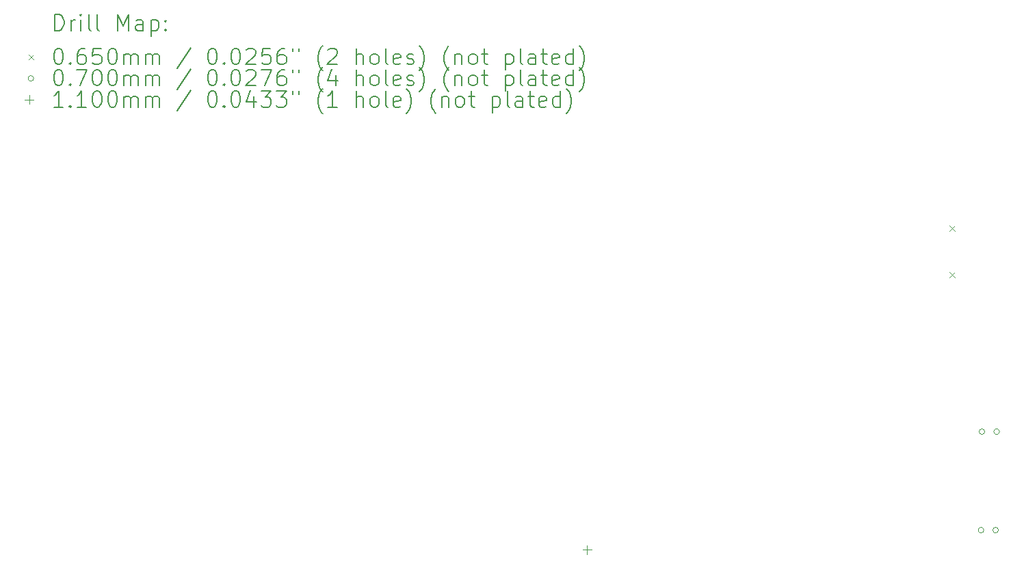
<source format=gbr>
%TF.GenerationSoftware,KiCad,Pcbnew,9.0.2*%
%TF.CreationDate,2025-07-02T17:04:08+05:30*%
%TF.ProjectId,ESP32-RoboCore V1,45535033-322d-4526-9f62-6f436f726520,rev?*%
%TF.SameCoordinates,Original*%
%TF.FileFunction,Drillmap*%
%TF.FilePolarity,Positive*%
%FSLAX45Y45*%
G04 Gerber Fmt 4.5, Leading zero omitted, Abs format (unit mm)*
G04 Created by KiCad (PCBNEW 9.0.2) date 2025-07-02 17:04:08*
%MOMM*%
%LPD*%
G01*
G04 APERTURE LIST*
%ADD10C,0.200000*%
%ADD11C,0.100000*%
%ADD12C,0.110000*%
G04 APERTURE END LIST*
D10*
D11*
X11338500Y-2728500D02*
X11403500Y-2793500D01*
X11403500Y-2728500D02*
X11338500Y-2793500D01*
X11338500Y-3306500D02*
X11403500Y-3371500D01*
X11403500Y-3306500D02*
X11338500Y-3371500D01*
X11760000Y-6500000D02*
G75*
G02*
X11690000Y-6500000I-35000J0D01*
G01*
X11690000Y-6500000D02*
G75*
G02*
X11760000Y-6500000I35000J0D01*
G01*
X11773000Y-5280000D02*
G75*
G02*
X11703000Y-5280000I-35000J0D01*
G01*
X11703000Y-5280000D02*
G75*
G02*
X11773000Y-5280000I35000J0D01*
G01*
X11940000Y-6500000D02*
G75*
G02*
X11870000Y-6500000I-35000J0D01*
G01*
X11870000Y-6500000D02*
G75*
G02*
X11940000Y-6500000I35000J0D01*
G01*
X11953000Y-5280000D02*
G75*
G02*
X11883000Y-5280000I-35000J0D01*
G01*
X11883000Y-5280000D02*
G75*
G02*
X11953000Y-5280000I35000J0D01*
G01*
D12*
X6850000Y-6686000D02*
X6850000Y-6796000D01*
X6795000Y-6741000D02*
X6905000Y-6741000D01*
D10*
X260777Y-311484D02*
X260777Y-111484D01*
X260777Y-111484D02*
X308396Y-111484D01*
X308396Y-111484D02*
X336967Y-121008D01*
X336967Y-121008D02*
X356015Y-140055D01*
X356015Y-140055D02*
X365539Y-159103D01*
X365539Y-159103D02*
X375062Y-197198D01*
X375062Y-197198D02*
X375062Y-225769D01*
X375062Y-225769D02*
X365539Y-263865D01*
X365539Y-263865D02*
X356015Y-282912D01*
X356015Y-282912D02*
X336967Y-301960D01*
X336967Y-301960D02*
X308396Y-311484D01*
X308396Y-311484D02*
X260777Y-311484D01*
X460777Y-311484D02*
X460777Y-178150D01*
X460777Y-216246D02*
X470301Y-197198D01*
X470301Y-197198D02*
X479824Y-187674D01*
X479824Y-187674D02*
X498872Y-178150D01*
X498872Y-178150D02*
X517920Y-178150D01*
X584586Y-311484D02*
X584586Y-178150D01*
X584586Y-111484D02*
X575063Y-121008D01*
X575063Y-121008D02*
X584586Y-130531D01*
X584586Y-130531D02*
X594110Y-121008D01*
X594110Y-121008D02*
X584586Y-111484D01*
X584586Y-111484D02*
X584586Y-130531D01*
X708396Y-311484D02*
X689348Y-301960D01*
X689348Y-301960D02*
X679824Y-282912D01*
X679824Y-282912D02*
X679824Y-111484D01*
X813158Y-311484D02*
X794110Y-301960D01*
X794110Y-301960D02*
X784586Y-282912D01*
X784586Y-282912D02*
X784586Y-111484D01*
X1041729Y-311484D02*
X1041729Y-111484D01*
X1041729Y-111484D02*
X1108396Y-254341D01*
X1108396Y-254341D02*
X1175063Y-111484D01*
X1175063Y-111484D02*
X1175063Y-311484D01*
X1356015Y-311484D02*
X1356015Y-206722D01*
X1356015Y-206722D02*
X1346491Y-187674D01*
X1346491Y-187674D02*
X1327444Y-178150D01*
X1327444Y-178150D02*
X1289348Y-178150D01*
X1289348Y-178150D02*
X1270301Y-187674D01*
X1356015Y-301960D02*
X1336967Y-311484D01*
X1336967Y-311484D02*
X1289348Y-311484D01*
X1289348Y-311484D02*
X1270301Y-301960D01*
X1270301Y-301960D02*
X1260777Y-282912D01*
X1260777Y-282912D02*
X1260777Y-263865D01*
X1260777Y-263865D02*
X1270301Y-244817D01*
X1270301Y-244817D02*
X1289348Y-235293D01*
X1289348Y-235293D02*
X1336967Y-235293D01*
X1336967Y-235293D02*
X1356015Y-225769D01*
X1451253Y-178150D02*
X1451253Y-378150D01*
X1451253Y-187674D02*
X1470301Y-178150D01*
X1470301Y-178150D02*
X1508396Y-178150D01*
X1508396Y-178150D02*
X1527443Y-187674D01*
X1527443Y-187674D02*
X1536967Y-197198D01*
X1536967Y-197198D02*
X1546491Y-216246D01*
X1546491Y-216246D02*
X1546491Y-273389D01*
X1546491Y-273389D02*
X1536967Y-292436D01*
X1536967Y-292436D02*
X1527443Y-301960D01*
X1527443Y-301960D02*
X1508396Y-311484D01*
X1508396Y-311484D02*
X1470301Y-311484D01*
X1470301Y-311484D02*
X1451253Y-301960D01*
X1632205Y-292436D02*
X1641729Y-301960D01*
X1641729Y-301960D02*
X1632205Y-311484D01*
X1632205Y-311484D02*
X1622682Y-301960D01*
X1622682Y-301960D02*
X1632205Y-292436D01*
X1632205Y-292436D02*
X1632205Y-311484D01*
X1632205Y-187674D02*
X1641729Y-197198D01*
X1641729Y-197198D02*
X1632205Y-206722D01*
X1632205Y-206722D02*
X1622682Y-197198D01*
X1622682Y-197198D02*
X1632205Y-187674D01*
X1632205Y-187674D02*
X1632205Y-206722D01*
D11*
X-65000Y-607500D02*
X0Y-672500D01*
X0Y-607500D02*
X-65000Y-672500D01*
D10*
X298872Y-531484D02*
X317920Y-531484D01*
X317920Y-531484D02*
X336967Y-541008D01*
X336967Y-541008D02*
X346491Y-550531D01*
X346491Y-550531D02*
X356015Y-569579D01*
X356015Y-569579D02*
X365539Y-607674D01*
X365539Y-607674D02*
X365539Y-655293D01*
X365539Y-655293D02*
X356015Y-693389D01*
X356015Y-693389D02*
X346491Y-712436D01*
X346491Y-712436D02*
X336967Y-721960D01*
X336967Y-721960D02*
X317920Y-731484D01*
X317920Y-731484D02*
X298872Y-731484D01*
X298872Y-731484D02*
X279824Y-721960D01*
X279824Y-721960D02*
X270301Y-712436D01*
X270301Y-712436D02*
X260777Y-693389D01*
X260777Y-693389D02*
X251253Y-655293D01*
X251253Y-655293D02*
X251253Y-607674D01*
X251253Y-607674D02*
X260777Y-569579D01*
X260777Y-569579D02*
X270301Y-550531D01*
X270301Y-550531D02*
X279824Y-541008D01*
X279824Y-541008D02*
X298872Y-531484D01*
X451253Y-712436D02*
X460777Y-721960D01*
X460777Y-721960D02*
X451253Y-731484D01*
X451253Y-731484D02*
X441729Y-721960D01*
X441729Y-721960D02*
X451253Y-712436D01*
X451253Y-712436D02*
X451253Y-731484D01*
X632205Y-531484D02*
X594110Y-531484D01*
X594110Y-531484D02*
X575063Y-541008D01*
X575063Y-541008D02*
X565539Y-550531D01*
X565539Y-550531D02*
X546491Y-579103D01*
X546491Y-579103D02*
X536967Y-617198D01*
X536967Y-617198D02*
X536967Y-693389D01*
X536967Y-693389D02*
X546491Y-712436D01*
X546491Y-712436D02*
X556015Y-721960D01*
X556015Y-721960D02*
X575063Y-731484D01*
X575063Y-731484D02*
X613158Y-731484D01*
X613158Y-731484D02*
X632205Y-721960D01*
X632205Y-721960D02*
X641729Y-712436D01*
X641729Y-712436D02*
X651253Y-693389D01*
X651253Y-693389D02*
X651253Y-645770D01*
X651253Y-645770D02*
X641729Y-626722D01*
X641729Y-626722D02*
X632205Y-617198D01*
X632205Y-617198D02*
X613158Y-607674D01*
X613158Y-607674D02*
X575063Y-607674D01*
X575063Y-607674D02*
X556015Y-617198D01*
X556015Y-617198D02*
X546491Y-626722D01*
X546491Y-626722D02*
X536967Y-645770D01*
X832205Y-531484D02*
X736967Y-531484D01*
X736967Y-531484D02*
X727443Y-626722D01*
X727443Y-626722D02*
X736967Y-617198D01*
X736967Y-617198D02*
X756015Y-607674D01*
X756015Y-607674D02*
X803634Y-607674D01*
X803634Y-607674D02*
X822682Y-617198D01*
X822682Y-617198D02*
X832205Y-626722D01*
X832205Y-626722D02*
X841729Y-645770D01*
X841729Y-645770D02*
X841729Y-693389D01*
X841729Y-693389D02*
X832205Y-712436D01*
X832205Y-712436D02*
X822682Y-721960D01*
X822682Y-721960D02*
X803634Y-731484D01*
X803634Y-731484D02*
X756015Y-731484D01*
X756015Y-731484D02*
X736967Y-721960D01*
X736967Y-721960D02*
X727443Y-712436D01*
X965539Y-531484D02*
X984586Y-531484D01*
X984586Y-531484D02*
X1003634Y-541008D01*
X1003634Y-541008D02*
X1013158Y-550531D01*
X1013158Y-550531D02*
X1022682Y-569579D01*
X1022682Y-569579D02*
X1032205Y-607674D01*
X1032205Y-607674D02*
X1032205Y-655293D01*
X1032205Y-655293D02*
X1022682Y-693389D01*
X1022682Y-693389D02*
X1013158Y-712436D01*
X1013158Y-712436D02*
X1003634Y-721960D01*
X1003634Y-721960D02*
X984586Y-731484D01*
X984586Y-731484D02*
X965539Y-731484D01*
X965539Y-731484D02*
X946491Y-721960D01*
X946491Y-721960D02*
X936967Y-712436D01*
X936967Y-712436D02*
X927443Y-693389D01*
X927443Y-693389D02*
X917920Y-655293D01*
X917920Y-655293D02*
X917920Y-607674D01*
X917920Y-607674D02*
X927443Y-569579D01*
X927443Y-569579D02*
X936967Y-550531D01*
X936967Y-550531D02*
X946491Y-541008D01*
X946491Y-541008D02*
X965539Y-531484D01*
X1117920Y-731484D02*
X1117920Y-598150D01*
X1117920Y-617198D02*
X1127444Y-607674D01*
X1127444Y-607674D02*
X1146491Y-598150D01*
X1146491Y-598150D02*
X1175063Y-598150D01*
X1175063Y-598150D02*
X1194110Y-607674D01*
X1194110Y-607674D02*
X1203634Y-626722D01*
X1203634Y-626722D02*
X1203634Y-731484D01*
X1203634Y-626722D02*
X1213158Y-607674D01*
X1213158Y-607674D02*
X1232205Y-598150D01*
X1232205Y-598150D02*
X1260777Y-598150D01*
X1260777Y-598150D02*
X1279825Y-607674D01*
X1279825Y-607674D02*
X1289348Y-626722D01*
X1289348Y-626722D02*
X1289348Y-731484D01*
X1384586Y-731484D02*
X1384586Y-598150D01*
X1384586Y-617198D02*
X1394110Y-607674D01*
X1394110Y-607674D02*
X1413158Y-598150D01*
X1413158Y-598150D02*
X1441729Y-598150D01*
X1441729Y-598150D02*
X1460777Y-607674D01*
X1460777Y-607674D02*
X1470301Y-626722D01*
X1470301Y-626722D02*
X1470301Y-731484D01*
X1470301Y-626722D02*
X1479824Y-607674D01*
X1479824Y-607674D02*
X1498872Y-598150D01*
X1498872Y-598150D02*
X1527443Y-598150D01*
X1527443Y-598150D02*
X1546491Y-607674D01*
X1546491Y-607674D02*
X1556015Y-626722D01*
X1556015Y-626722D02*
X1556015Y-731484D01*
X1946491Y-521960D02*
X1775063Y-779103D01*
X2203634Y-531484D02*
X2222682Y-531484D01*
X2222682Y-531484D02*
X2241729Y-541008D01*
X2241729Y-541008D02*
X2251253Y-550531D01*
X2251253Y-550531D02*
X2260777Y-569579D01*
X2260777Y-569579D02*
X2270301Y-607674D01*
X2270301Y-607674D02*
X2270301Y-655293D01*
X2270301Y-655293D02*
X2260777Y-693389D01*
X2260777Y-693389D02*
X2251253Y-712436D01*
X2251253Y-712436D02*
X2241729Y-721960D01*
X2241729Y-721960D02*
X2222682Y-731484D01*
X2222682Y-731484D02*
X2203634Y-731484D01*
X2203634Y-731484D02*
X2184587Y-721960D01*
X2184587Y-721960D02*
X2175063Y-712436D01*
X2175063Y-712436D02*
X2165539Y-693389D01*
X2165539Y-693389D02*
X2156015Y-655293D01*
X2156015Y-655293D02*
X2156015Y-607674D01*
X2156015Y-607674D02*
X2165539Y-569579D01*
X2165539Y-569579D02*
X2175063Y-550531D01*
X2175063Y-550531D02*
X2184587Y-541008D01*
X2184587Y-541008D02*
X2203634Y-531484D01*
X2356015Y-712436D02*
X2365539Y-721960D01*
X2365539Y-721960D02*
X2356015Y-731484D01*
X2356015Y-731484D02*
X2346491Y-721960D01*
X2346491Y-721960D02*
X2356015Y-712436D01*
X2356015Y-712436D02*
X2356015Y-731484D01*
X2489348Y-531484D02*
X2508396Y-531484D01*
X2508396Y-531484D02*
X2527444Y-541008D01*
X2527444Y-541008D02*
X2536968Y-550531D01*
X2536968Y-550531D02*
X2546491Y-569579D01*
X2546491Y-569579D02*
X2556015Y-607674D01*
X2556015Y-607674D02*
X2556015Y-655293D01*
X2556015Y-655293D02*
X2546491Y-693389D01*
X2546491Y-693389D02*
X2536968Y-712436D01*
X2536968Y-712436D02*
X2527444Y-721960D01*
X2527444Y-721960D02*
X2508396Y-731484D01*
X2508396Y-731484D02*
X2489348Y-731484D01*
X2489348Y-731484D02*
X2470301Y-721960D01*
X2470301Y-721960D02*
X2460777Y-712436D01*
X2460777Y-712436D02*
X2451253Y-693389D01*
X2451253Y-693389D02*
X2441729Y-655293D01*
X2441729Y-655293D02*
X2441729Y-607674D01*
X2441729Y-607674D02*
X2451253Y-569579D01*
X2451253Y-569579D02*
X2460777Y-550531D01*
X2460777Y-550531D02*
X2470301Y-541008D01*
X2470301Y-541008D02*
X2489348Y-531484D01*
X2632206Y-550531D02*
X2641729Y-541008D01*
X2641729Y-541008D02*
X2660777Y-531484D01*
X2660777Y-531484D02*
X2708396Y-531484D01*
X2708396Y-531484D02*
X2727444Y-541008D01*
X2727444Y-541008D02*
X2736968Y-550531D01*
X2736968Y-550531D02*
X2746491Y-569579D01*
X2746491Y-569579D02*
X2746491Y-588627D01*
X2746491Y-588627D02*
X2736968Y-617198D01*
X2736968Y-617198D02*
X2622682Y-731484D01*
X2622682Y-731484D02*
X2746491Y-731484D01*
X2927444Y-531484D02*
X2832206Y-531484D01*
X2832206Y-531484D02*
X2822682Y-626722D01*
X2822682Y-626722D02*
X2832206Y-617198D01*
X2832206Y-617198D02*
X2851253Y-607674D01*
X2851253Y-607674D02*
X2898872Y-607674D01*
X2898872Y-607674D02*
X2917920Y-617198D01*
X2917920Y-617198D02*
X2927444Y-626722D01*
X2927444Y-626722D02*
X2936967Y-645770D01*
X2936967Y-645770D02*
X2936967Y-693389D01*
X2936967Y-693389D02*
X2927444Y-712436D01*
X2927444Y-712436D02*
X2917920Y-721960D01*
X2917920Y-721960D02*
X2898872Y-731484D01*
X2898872Y-731484D02*
X2851253Y-731484D01*
X2851253Y-731484D02*
X2832206Y-721960D01*
X2832206Y-721960D02*
X2822682Y-712436D01*
X3108396Y-531484D02*
X3070301Y-531484D01*
X3070301Y-531484D02*
X3051253Y-541008D01*
X3051253Y-541008D02*
X3041729Y-550531D01*
X3041729Y-550531D02*
X3022682Y-579103D01*
X3022682Y-579103D02*
X3013158Y-617198D01*
X3013158Y-617198D02*
X3013158Y-693389D01*
X3013158Y-693389D02*
X3022682Y-712436D01*
X3022682Y-712436D02*
X3032206Y-721960D01*
X3032206Y-721960D02*
X3051253Y-731484D01*
X3051253Y-731484D02*
X3089348Y-731484D01*
X3089348Y-731484D02*
X3108396Y-721960D01*
X3108396Y-721960D02*
X3117920Y-712436D01*
X3117920Y-712436D02*
X3127444Y-693389D01*
X3127444Y-693389D02*
X3127444Y-645770D01*
X3127444Y-645770D02*
X3117920Y-626722D01*
X3117920Y-626722D02*
X3108396Y-617198D01*
X3108396Y-617198D02*
X3089348Y-607674D01*
X3089348Y-607674D02*
X3051253Y-607674D01*
X3051253Y-607674D02*
X3032206Y-617198D01*
X3032206Y-617198D02*
X3022682Y-626722D01*
X3022682Y-626722D02*
X3013158Y-645770D01*
X3203634Y-531484D02*
X3203634Y-569579D01*
X3279825Y-531484D02*
X3279825Y-569579D01*
X3575063Y-807674D02*
X3565539Y-798150D01*
X3565539Y-798150D02*
X3546491Y-769579D01*
X3546491Y-769579D02*
X3536968Y-750531D01*
X3536968Y-750531D02*
X3527444Y-721960D01*
X3527444Y-721960D02*
X3517920Y-674341D01*
X3517920Y-674341D02*
X3517920Y-636246D01*
X3517920Y-636246D02*
X3527444Y-588627D01*
X3527444Y-588627D02*
X3536968Y-560055D01*
X3536968Y-560055D02*
X3546491Y-541008D01*
X3546491Y-541008D02*
X3565539Y-512436D01*
X3565539Y-512436D02*
X3575063Y-502912D01*
X3641729Y-550531D02*
X3651253Y-541008D01*
X3651253Y-541008D02*
X3670301Y-531484D01*
X3670301Y-531484D02*
X3717920Y-531484D01*
X3717920Y-531484D02*
X3736968Y-541008D01*
X3736968Y-541008D02*
X3746491Y-550531D01*
X3746491Y-550531D02*
X3756015Y-569579D01*
X3756015Y-569579D02*
X3756015Y-588627D01*
X3756015Y-588627D02*
X3746491Y-617198D01*
X3746491Y-617198D02*
X3632206Y-731484D01*
X3632206Y-731484D02*
X3756015Y-731484D01*
X3994110Y-731484D02*
X3994110Y-531484D01*
X4079825Y-731484D02*
X4079825Y-626722D01*
X4079825Y-626722D02*
X4070301Y-607674D01*
X4070301Y-607674D02*
X4051253Y-598150D01*
X4051253Y-598150D02*
X4022682Y-598150D01*
X4022682Y-598150D02*
X4003634Y-607674D01*
X4003634Y-607674D02*
X3994110Y-617198D01*
X4203634Y-731484D02*
X4184587Y-721960D01*
X4184587Y-721960D02*
X4175063Y-712436D01*
X4175063Y-712436D02*
X4165539Y-693389D01*
X4165539Y-693389D02*
X4165539Y-636246D01*
X4165539Y-636246D02*
X4175063Y-617198D01*
X4175063Y-617198D02*
X4184587Y-607674D01*
X4184587Y-607674D02*
X4203634Y-598150D01*
X4203634Y-598150D02*
X4232206Y-598150D01*
X4232206Y-598150D02*
X4251253Y-607674D01*
X4251253Y-607674D02*
X4260777Y-617198D01*
X4260777Y-617198D02*
X4270301Y-636246D01*
X4270301Y-636246D02*
X4270301Y-693389D01*
X4270301Y-693389D02*
X4260777Y-712436D01*
X4260777Y-712436D02*
X4251253Y-721960D01*
X4251253Y-721960D02*
X4232206Y-731484D01*
X4232206Y-731484D02*
X4203634Y-731484D01*
X4384587Y-731484D02*
X4365539Y-721960D01*
X4365539Y-721960D02*
X4356015Y-702912D01*
X4356015Y-702912D02*
X4356015Y-531484D01*
X4536968Y-721960D02*
X4517920Y-731484D01*
X4517920Y-731484D02*
X4479825Y-731484D01*
X4479825Y-731484D02*
X4460777Y-721960D01*
X4460777Y-721960D02*
X4451253Y-702912D01*
X4451253Y-702912D02*
X4451253Y-626722D01*
X4451253Y-626722D02*
X4460777Y-607674D01*
X4460777Y-607674D02*
X4479825Y-598150D01*
X4479825Y-598150D02*
X4517920Y-598150D01*
X4517920Y-598150D02*
X4536968Y-607674D01*
X4536968Y-607674D02*
X4546492Y-626722D01*
X4546492Y-626722D02*
X4546492Y-645770D01*
X4546492Y-645770D02*
X4451253Y-664817D01*
X4622682Y-721960D02*
X4641730Y-731484D01*
X4641730Y-731484D02*
X4679825Y-731484D01*
X4679825Y-731484D02*
X4698873Y-721960D01*
X4698873Y-721960D02*
X4708396Y-702912D01*
X4708396Y-702912D02*
X4708396Y-693389D01*
X4708396Y-693389D02*
X4698873Y-674341D01*
X4698873Y-674341D02*
X4679825Y-664817D01*
X4679825Y-664817D02*
X4651253Y-664817D01*
X4651253Y-664817D02*
X4632206Y-655293D01*
X4632206Y-655293D02*
X4622682Y-636246D01*
X4622682Y-636246D02*
X4622682Y-626722D01*
X4622682Y-626722D02*
X4632206Y-607674D01*
X4632206Y-607674D02*
X4651253Y-598150D01*
X4651253Y-598150D02*
X4679825Y-598150D01*
X4679825Y-598150D02*
X4698873Y-607674D01*
X4775063Y-807674D02*
X4784587Y-798150D01*
X4784587Y-798150D02*
X4803634Y-769579D01*
X4803634Y-769579D02*
X4813158Y-750531D01*
X4813158Y-750531D02*
X4822682Y-721960D01*
X4822682Y-721960D02*
X4832206Y-674341D01*
X4832206Y-674341D02*
X4832206Y-636246D01*
X4832206Y-636246D02*
X4822682Y-588627D01*
X4822682Y-588627D02*
X4813158Y-560055D01*
X4813158Y-560055D02*
X4803634Y-541008D01*
X4803634Y-541008D02*
X4784587Y-512436D01*
X4784587Y-512436D02*
X4775063Y-502912D01*
X5136968Y-807674D02*
X5127444Y-798150D01*
X5127444Y-798150D02*
X5108396Y-769579D01*
X5108396Y-769579D02*
X5098873Y-750531D01*
X5098873Y-750531D02*
X5089349Y-721960D01*
X5089349Y-721960D02*
X5079825Y-674341D01*
X5079825Y-674341D02*
X5079825Y-636246D01*
X5079825Y-636246D02*
X5089349Y-588627D01*
X5089349Y-588627D02*
X5098873Y-560055D01*
X5098873Y-560055D02*
X5108396Y-541008D01*
X5108396Y-541008D02*
X5127444Y-512436D01*
X5127444Y-512436D02*
X5136968Y-502912D01*
X5213158Y-598150D02*
X5213158Y-731484D01*
X5213158Y-617198D02*
X5222682Y-607674D01*
X5222682Y-607674D02*
X5241730Y-598150D01*
X5241730Y-598150D02*
X5270301Y-598150D01*
X5270301Y-598150D02*
X5289349Y-607674D01*
X5289349Y-607674D02*
X5298873Y-626722D01*
X5298873Y-626722D02*
X5298873Y-731484D01*
X5422682Y-731484D02*
X5403634Y-721960D01*
X5403634Y-721960D02*
X5394111Y-712436D01*
X5394111Y-712436D02*
X5384587Y-693389D01*
X5384587Y-693389D02*
X5384587Y-636246D01*
X5384587Y-636246D02*
X5394111Y-617198D01*
X5394111Y-617198D02*
X5403634Y-607674D01*
X5403634Y-607674D02*
X5422682Y-598150D01*
X5422682Y-598150D02*
X5451254Y-598150D01*
X5451254Y-598150D02*
X5470301Y-607674D01*
X5470301Y-607674D02*
X5479825Y-617198D01*
X5479825Y-617198D02*
X5489349Y-636246D01*
X5489349Y-636246D02*
X5489349Y-693389D01*
X5489349Y-693389D02*
X5479825Y-712436D01*
X5479825Y-712436D02*
X5470301Y-721960D01*
X5470301Y-721960D02*
X5451254Y-731484D01*
X5451254Y-731484D02*
X5422682Y-731484D01*
X5546492Y-598150D02*
X5622682Y-598150D01*
X5575063Y-531484D02*
X5575063Y-702912D01*
X5575063Y-702912D02*
X5584587Y-721960D01*
X5584587Y-721960D02*
X5603634Y-731484D01*
X5603634Y-731484D02*
X5622682Y-731484D01*
X5841730Y-598150D02*
X5841730Y-798150D01*
X5841730Y-607674D02*
X5860777Y-598150D01*
X5860777Y-598150D02*
X5898873Y-598150D01*
X5898873Y-598150D02*
X5917920Y-607674D01*
X5917920Y-607674D02*
X5927444Y-617198D01*
X5927444Y-617198D02*
X5936968Y-636246D01*
X5936968Y-636246D02*
X5936968Y-693389D01*
X5936968Y-693389D02*
X5927444Y-712436D01*
X5927444Y-712436D02*
X5917920Y-721960D01*
X5917920Y-721960D02*
X5898873Y-731484D01*
X5898873Y-731484D02*
X5860777Y-731484D01*
X5860777Y-731484D02*
X5841730Y-721960D01*
X6051253Y-731484D02*
X6032206Y-721960D01*
X6032206Y-721960D02*
X6022682Y-702912D01*
X6022682Y-702912D02*
X6022682Y-531484D01*
X6213158Y-731484D02*
X6213158Y-626722D01*
X6213158Y-626722D02*
X6203634Y-607674D01*
X6203634Y-607674D02*
X6184587Y-598150D01*
X6184587Y-598150D02*
X6146492Y-598150D01*
X6146492Y-598150D02*
X6127444Y-607674D01*
X6213158Y-721960D02*
X6194111Y-731484D01*
X6194111Y-731484D02*
X6146492Y-731484D01*
X6146492Y-731484D02*
X6127444Y-721960D01*
X6127444Y-721960D02*
X6117920Y-702912D01*
X6117920Y-702912D02*
X6117920Y-683865D01*
X6117920Y-683865D02*
X6127444Y-664817D01*
X6127444Y-664817D02*
X6146492Y-655293D01*
X6146492Y-655293D02*
X6194111Y-655293D01*
X6194111Y-655293D02*
X6213158Y-645770D01*
X6279825Y-598150D02*
X6356015Y-598150D01*
X6308396Y-531484D02*
X6308396Y-702912D01*
X6308396Y-702912D02*
X6317920Y-721960D01*
X6317920Y-721960D02*
X6336968Y-731484D01*
X6336968Y-731484D02*
X6356015Y-731484D01*
X6498873Y-721960D02*
X6479825Y-731484D01*
X6479825Y-731484D02*
X6441730Y-731484D01*
X6441730Y-731484D02*
X6422682Y-721960D01*
X6422682Y-721960D02*
X6413158Y-702912D01*
X6413158Y-702912D02*
X6413158Y-626722D01*
X6413158Y-626722D02*
X6422682Y-607674D01*
X6422682Y-607674D02*
X6441730Y-598150D01*
X6441730Y-598150D02*
X6479825Y-598150D01*
X6479825Y-598150D02*
X6498873Y-607674D01*
X6498873Y-607674D02*
X6508396Y-626722D01*
X6508396Y-626722D02*
X6508396Y-645770D01*
X6508396Y-645770D02*
X6413158Y-664817D01*
X6679825Y-731484D02*
X6679825Y-531484D01*
X6679825Y-721960D02*
X6660777Y-731484D01*
X6660777Y-731484D02*
X6622682Y-731484D01*
X6622682Y-731484D02*
X6603634Y-721960D01*
X6603634Y-721960D02*
X6594111Y-712436D01*
X6594111Y-712436D02*
X6584587Y-693389D01*
X6584587Y-693389D02*
X6584587Y-636246D01*
X6584587Y-636246D02*
X6594111Y-617198D01*
X6594111Y-617198D02*
X6603634Y-607674D01*
X6603634Y-607674D02*
X6622682Y-598150D01*
X6622682Y-598150D02*
X6660777Y-598150D01*
X6660777Y-598150D02*
X6679825Y-607674D01*
X6756015Y-807674D02*
X6765539Y-798150D01*
X6765539Y-798150D02*
X6784587Y-769579D01*
X6784587Y-769579D02*
X6794111Y-750531D01*
X6794111Y-750531D02*
X6803634Y-721960D01*
X6803634Y-721960D02*
X6813158Y-674341D01*
X6813158Y-674341D02*
X6813158Y-636246D01*
X6813158Y-636246D02*
X6803634Y-588627D01*
X6803634Y-588627D02*
X6794111Y-560055D01*
X6794111Y-560055D02*
X6784587Y-541008D01*
X6784587Y-541008D02*
X6765539Y-512436D01*
X6765539Y-512436D02*
X6756015Y-502912D01*
D11*
X0Y-904000D02*
G75*
G02*
X-70000Y-904000I-35000J0D01*
G01*
X-70000Y-904000D02*
G75*
G02*
X0Y-904000I35000J0D01*
G01*
D10*
X298872Y-795484D02*
X317920Y-795484D01*
X317920Y-795484D02*
X336967Y-805008D01*
X336967Y-805008D02*
X346491Y-814531D01*
X346491Y-814531D02*
X356015Y-833579D01*
X356015Y-833579D02*
X365539Y-871674D01*
X365539Y-871674D02*
X365539Y-919293D01*
X365539Y-919293D02*
X356015Y-957388D01*
X356015Y-957388D02*
X346491Y-976436D01*
X346491Y-976436D02*
X336967Y-985960D01*
X336967Y-985960D02*
X317920Y-995484D01*
X317920Y-995484D02*
X298872Y-995484D01*
X298872Y-995484D02*
X279824Y-985960D01*
X279824Y-985960D02*
X270301Y-976436D01*
X270301Y-976436D02*
X260777Y-957388D01*
X260777Y-957388D02*
X251253Y-919293D01*
X251253Y-919293D02*
X251253Y-871674D01*
X251253Y-871674D02*
X260777Y-833579D01*
X260777Y-833579D02*
X270301Y-814531D01*
X270301Y-814531D02*
X279824Y-805008D01*
X279824Y-805008D02*
X298872Y-795484D01*
X451253Y-976436D02*
X460777Y-985960D01*
X460777Y-985960D02*
X451253Y-995484D01*
X451253Y-995484D02*
X441729Y-985960D01*
X441729Y-985960D02*
X451253Y-976436D01*
X451253Y-976436D02*
X451253Y-995484D01*
X527444Y-795484D02*
X660777Y-795484D01*
X660777Y-795484D02*
X575063Y-995484D01*
X775062Y-795484D02*
X794110Y-795484D01*
X794110Y-795484D02*
X813158Y-805008D01*
X813158Y-805008D02*
X822682Y-814531D01*
X822682Y-814531D02*
X832205Y-833579D01*
X832205Y-833579D02*
X841729Y-871674D01*
X841729Y-871674D02*
X841729Y-919293D01*
X841729Y-919293D02*
X832205Y-957388D01*
X832205Y-957388D02*
X822682Y-976436D01*
X822682Y-976436D02*
X813158Y-985960D01*
X813158Y-985960D02*
X794110Y-995484D01*
X794110Y-995484D02*
X775062Y-995484D01*
X775062Y-995484D02*
X756015Y-985960D01*
X756015Y-985960D02*
X746491Y-976436D01*
X746491Y-976436D02*
X736967Y-957388D01*
X736967Y-957388D02*
X727443Y-919293D01*
X727443Y-919293D02*
X727443Y-871674D01*
X727443Y-871674D02*
X736967Y-833579D01*
X736967Y-833579D02*
X746491Y-814531D01*
X746491Y-814531D02*
X756015Y-805008D01*
X756015Y-805008D02*
X775062Y-795484D01*
X965539Y-795484D02*
X984586Y-795484D01*
X984586Y-795484D02*
X1003634Y-805008D01*
X1003634Y-805008D02*
X1013158Y-814531D01*
X1013158Y-814531D02*
X1022682Y-833579D01*
X1022682Y-833579D02*
X1032205Y-871674D01*
X1032205Y-871674D02*
X1032205Y-919293D01*
X1032205Y-919293D02*
X1022682Y-957388D01*
X1022682Y-957388D02*
X1013158Y-976436D01*
X1013158Y-976436D02*
X1003634Y-985960D01*
X1003634Y-985960D02*
X984586Y-995484D01*
X984586Y-995484D02*
X965539Y-995484D01*
X965539Y-995484D02*
X946491Y-985960D01*
X946491Y-985960D02*
X936967Y-976436D01*
X936967Y-976436D02*
X927443Y-957388D01*
X927443Y-957388D02*
X917920Y-919293D01*
X917920Y-919293D02*
X917920Y-871674D01*
X917920Y-871674D02*
X927443Y-833579D01*
X927443Y-833579D02*
X936967Y-814531D01*
X936967Y-814531D02*
X946491Y-805008D01*
X946491Y-805008D02*
X965539Y-795484D01*
X1117920Y-995484D02*
X1117920Y-862150D01*
X1117920Y-881198D02*
X1127444Y-871674D01*
X1127444Y-871674D02*
X1146491Y-862150D01*
X1146491Y-862150D02*
X1175063Y-862150D01*
X1175063Y-862150D02*
X1194110Y-871674D01*
X1194110Y-871674D02*
X1203634Y-890722D01*
X1203634Y-890722D02*
X1203634Y-995484D01*
X1203634Y-890722D02*
X1213158Y-871674D01*
X1213158Y-871674D02*
X1232205Y-862150D01*
X1232205Y-862150D02*
X1260777Y-862150D01*
X1260777Y-862150D02*
X1279825Y-871674D01*
X1279825Y-871674D02*
X1289348Y-890722D01*
X1289348Y-890722D02*
X1289348Y-995484D01*
X1384586Y-995484D02*
X1384586Y-862150D01*
X1384586Y-881198D02*
X1394110Y-871674D01*
X1394110Y-871674D02*
X1413158Y-862150D01*
X1413158Y-862150D02*
X1441729Y-862150D01*
X1441729Y-862150D02*
X1460777Y-871674D01*
X1460777Y-871674D02*
X1470301Y-890722D01*
X1470301Y-890722D02*
X1470301Y-995484D01*
X1470301Y-890722D02*
X1479824Y-871674D01*
X1479824Y-871674D02*
X1498872Y-862150D01*
X1498872Y-862150D02*
X1527443Y-862150D01*
X1527443Y-862150D02*
X1546491Y-871674D01*
X1546491Y-871674D02*
X1556015Y-890722D01*
X1556015Y-890722D02*
X1556015Y-995484D01*
X1946491Y-785960D02*
X1775063Y-1043103D01*
X2203634Y-795484D02*
X2222682Y-795484D01*
X2222682Y-795484D02*
X2241729Y-805008D01*
X2241729Y-805008D02*
X2251253Y-814531D01*
X2251253Y-814531D02*
X2260777Y-833579D01*
X2260777Y-833579D02*
X2270301Y-871674D01*
X2270301Y-871674D02*
X2270301Y-919293D01*
X2270301Y-919293D02*
X2260777Y-957388D01*
X2260777Y-957388D02*
X2251253Y-976436D01*
X2251253Y-976436D02*
X2241729Y-985960D01*
X2241729Y-985960D02*
X2222682Y-995484D01*
X2222682Y-995484D02*
X2203634Y-995484D01*
X2203634Y-995484D02*
X2184587Y-985960D01*
X2184587Y-985960D02*
X2175063Y-976436D01*
X2175063Y-976436D02*
X2165539Y-957388D01*
X2165539Y-957388D02*
X2156015Y-919293D01*
X2156015Y-919293D02*
X2156015Y-871674D01*
X2156015Y-871674D02*
X2165539Y-833579D01*
X2165539Y-833579D02*
X2175063Y-814531D01*
X2175063Y-814531D02*
X2184587Y-805008D01*
X2184587Y-805008D02*
X2203634Y-795484D01*
X2356015Y-976436D02*
X2365539Y-985960D01*
X2365539Y-985960D02*
X2356015Y-995484D01*
X2356015Y-995484D02*
X2346491Y-985960D01*
X2346491Y-985960D02*
X2356015Y-976436D01*
X2356015Y-976436D02*
X2356015Y-995484D01*
X2489348Y-795484D02*
X2508396Y-795484D01*
X2508396Y-795484D02*
X2527444Y-805008D01*
X2527444Y-805008D02*
X2536968Y-814531D01*
X2536968Y-814531D02*
X2546491Y-833579D01*
X2546491Y-833579D02*
X2556015Y-871674D01*
X2556015Y-871674D02*
X2556015Y-919293D01*
X2556015Y-919293D02*
X2546491Y-957388D01*
X2546491Y-957388D02*
X2536968Y-976436D01*
X2536968Y-976436D02*
X2527444Y-985960D01*
X2527444Y-985960D02*
X2508396Y-995484D01*
X2508396Y-995484D02*
X2489348Y-995484D01*
X2489348Y-995484D02*
X2470301Y-985960D01*
X2470301Y-985960D02*
X2460777Y-976436D01*
X2460777Y-976436D02*
X2451253Y-957388D01*
X2451253Y-957388D02*
X2441729Y-919293D01*
X2441729Y-919293D02*
X2441729Y-871674D01*
X2441729Y-871674D02*
X2451253Y-833579D01*
X2451253Y-833579D02*
X2460777Y-814531D01*
X2460777Y-814531D02*
X2470301Y-805008D01*
X2470301Y-805008D02*
X2489348Y-795484D01*
X2632206Y-814531D02*
X2641729Y-805008D01*
X2641729Y-805008D02*
X2660777Y-795484D01*
X2660777Y-795484D02*
X2708396Y-795484D01*
X2708396Y-795484D02*
X2727444Y-805008D01*
X2727444Y-805008D02*
X2736968Y-814531D01*
X2736968Y-814531D02*
X2746491Y-833579D01*
X2746491Y-833579D02*
X2746491Y-852627D01*
X2746491Y-852627D02*
X2736968Y-881198D01*
X2736968Y-881198D02*
X2622682Y-995484D01*
X2622682Y-995484D02*
X2746491Y-995484D01*
X2813158Y-795484D02*
X2946491Y-795484D01*
X2946491Y-795484D02*
X2860777Y-995484D01*
X3108396Y-795484D02*
X3070301Y-795484D01*
X3070301Y-795484D02*
X3051253Y-805008D01*
X3051253Y-805008D02*
X3041729Y-814531D01*
X3041729Y-814531D02*
X3022682Y-843103D01*
X3022682Y-843103D02*
X3013158Y-881198D01*
X3013158Y-881198D02*
X3013158Y-957388D01*
X3013158Y-957388D02*
X3022682Y-976436D01*
X3022682Y-976436D02*
X3032206Y-985960D01*
X3032206Y-985960D02*
X3051253Y-995484D01*
X3051253Y-995484D02*
X3089348Y-995484D01*
X3089348Y-995484D02*
X3108396Y-985960D01*
X3108396Y-985960D02*
X3117920Y-976436D01*
X3117920Y-976436D02*
X3127444Y-957388D01*
X3127444Y-957388D02*
X3127444Y-909769D01*
X3127444Y-909769D02*
X3117920Y-890722D01*
X3117920Y-890722D02*
X3108396Y-881198D01*
X3108396Y-881198D02*
X3089348Y-871674D01*
X3089348Y-871674D02*
X3051253Y-871674D01*
X3051253Y-871674D02*
X3032206Y-881198D01*
X3032206Y-881198D02*
X3022682Y-890722D01*
X3022682Y-890722D02*
X3013158Y-909769D01*
X3203634Y-795484D02*
X3203634Y-833579D01*
X3279825Y-795484D02*
X3279825Y-833579D01*
X3575063Y-1071674D02*
X3565539Y-1062150D01*
X3565539Y-1062150D02*
X3546491Y-1033579D01*
X3546491Y-1033579D02*
X3536968Y-1014531D01*
X3536968Y-1014531D02*
X3527444Y-985960D01*
X3527444Y-985960D02*
X3517920Y-938341D01*
X3517920Y-938341D02*
X3517920Y-900246D01*
X3517920Y-900246D02*
X3527444Y-852627D01*
X3527444Y-852627D02*
X3536968Y-824055D01*
X3536968Y-824055D02*
X3546491Y-805008D01*
X3546491Y-805008D02*
X3565539Y-776436D01*
X3565539Y-776436D02*
X3575063Y-766912D01*
X3736968Y-862150D02*
X3736968Y-995484D01*
X3689348Y-785960D02*
X3641729Y-928817D01*
X3641729Y-928817D02*
X3765539Y-928817D01*
X3994110Y-995484D02*
X3994110Y-795484D01*
X4079825Y-995484D02*
X4079825Y-890722D01*
X4079825Y-890722D02*
X4070301Y-871674D01*
X4070301Y-871674D02*
X4051253Y-862150D01*
X4051253Y-862150D02*
X4022682Y-862150D01*
X4022682Y-862150D02*
X4003634Y-871674D01*
X4003634Y-871674D02*
X3994110Y-881198D01*
X4203634Y-995484D02*
X4184587Y-985960D01*
X4184587Y-985960D02*
X4175063Y-976436D01*
X4175063Y-976436D02*
X4165539Y-957388D01*
X4165539Y-957388D02*
X4165539Y-900246D01*
X4165539Y-900246D02*
X4175063Y-881198D01*
X4175063Y-881198D02*
X4184587Y-871674D01*
X4184587Y-871674D02*
X4203634Y-862150D01*
X4203634Y-862150D02*
X4232206Y-862150D01*
X4232206Y-862150D02*
X4251253Y-871674D01*
X4251253Y-871674D02*
X4260777Y-881198D01*
X4260777Y-881198D02*
X4270301Y-900246D01*
X4270301Y-900246D02*
X4270301Y-957388D01*
X4270301Y-957388D02*
X4260777Y-976436D01*
X4260777Y-976436D02*
X4251253Y-985960D01*
X4251253Y-985960D02*
X4232206Y-995484D01*
X4232206Y-995484D02*
X4203634Y-995484D01*
X4384587Y-995484D02*
X4365539Y-985960D01*
X4365539Y-985960D02*
X4356015Y-966912D01*
X4356015Y-966912D02*
X4356015Y-795484D01*
X4536968Y-985960D02*
X4517920Y-995484D01*
X4517920Y-995484D02*
X4479825Y-995484D01*
X4479825Y-995484D02*
X4460777Y-985960D01*
X4460777Y-985960D02*
X4451253Y-966912D01*
X4451253Y-966912D02*
X4451253Y-890722D01*
X4451253Y-890722D02*
X4460777Y-871674D01*
X4460777Y-871674D02*
X4479825Y-862150D01*
X4479825Y-862150D02*
X4517920Y-862150D01*
X4517920Y-862150D02*
X4536968Y-871674D01*
X4536968Y-871674D02*
X4546492Y-890722D01*
X4546492Y-890722D02*
X4546492Y-909769D01*
X4546492Y-909769D02*
X4451253Y-928817D01*
X4622682Y-985960D02*
X4641730Y-995484D01*
X4641730Y-995484D02*
X4679825Y-995484D01*
X4679825Y-995484D02*
X4698873Y-985960D01*
X4698873Y-985960D02*
X4708396Y-966912D01*
X4708396Y-966912D02*
X4708396Y-957388D01*
X4708396Y-957388D02*
X4698873Y-938341D01*
X4698873Y-938341D02*
X4679825Y-928817D01*
X4679825Y-928817D02*
X4651253Y-928817D01*
X4651253Y-928817D02*
X4632206Y-919293D01*
X4632206Y-919293D02*
X4622682Y-900246D01*
X4622682Y-900246D02*
X4622682Y-890722D01*
X4622682Y-890722D02*
X4632206Y-871674D01*
X4632206Y-871674D02*
X4651253Y-862150D01*
X4651253Y-862150D02*
X4679825Y-862150D01*
X4679825Y-862150D02*
X4698873Y-871674D01*
X4775063Y-1071674D02*
X4784587Y-1062150D01*
X4784587Y-1062150D02*
X4803634Y-1033579D01*
X4803634Y-1033579D02*
X4813158Y-1014531D01*
X4813158Y-1014531D02*
X4822682Y-985960D01*
X4822682Y-985960D02*
X4832206Y-938341D01*
X4832206Y-938341D02*
X4832206Y-900246D01*
X4832206Y-900246D02*
X4822682Y-852627D01*
X4822682Y-852627D02*
X4813158Y-824055D01*
X4813158Y-824055D02*
X4803634Y-805008D01*
X4803634Y-805008D02*
X4784587Y-776436D01*
X4784587Y-776436D02*
X4775063Y-766912D01*
X5136968Y-1071674D02*
X5127444Y-1062150D01*
X5127444Y-1062150D02*
X5108396Y-1033579D01*
X5108396Y-1033579D02*
X5098873Y-1014531D01*
X5098873Y-1014531D02*
X5089349Y-985960D01*
X5089349Y-985960D02*
X5079825Y-938341D01*
X5079825Y-938341D02*
X5079825Y-900246D01*
X5079825Y-900246D02*
X5089349Y-852627D01*
X5089349Y-852627D02*
X5098873Y-824055D01*
X5098873Y-824055D02*
X5108396Y-805008D01*
X5108396Y-805008D02*
X5127444Y-776436D01*
X5127444Y-776436D02*
X5136968Y-766912D01*
X5213158Y-862150D02*
X5213158Y-995484D01*
X5213158Y-881198D02*
X5222682Y-871674D01*
X5222682Y-871674D02*
X5241730Y-862150D01*
X5241730Y-862150D02*
X5270301Y-862150D01*
X5270301Y-862150D02*
X5289349Y-871674D01*
X5289349Y-871674D02*
X5298873Y-890722D01*
X5298873Y-890722D02*
X5298873Y-995484D01*
X5422682Y-995484D02*
X5403634Y-985960D01*
X5403634Y-985960D02*
X5394111Y-976436D01*
X5394111Y-976436D02*
X5384587Y-957388D01*
X5384587Y-957388D02*
X5384587Y-900246D01*
X5384587Y-900246D02*
X5394111Y-881198D01*
X5394111Y-881198D02*
X5403634Y-871674D01*
X5403634Y-871674D02*
X5422682Y-862150D01*
X5422682Y-862150D02*
X5451254Y-862150D01*
X5451254Y-862150D02*
X5470301Y-871674D01*
X5470301Y-871674D02*
X5479825Y-881198D01*
X5479825Y-881198D02*
X5489349Y-900246D01*
X5489349Y-900246D02*
X5489349Y-957388D01*
X5489349Y-957388D02*
X5479825Y-976436D01*
X5479825Y-976436D02*
X5470301Y-985960D01*
X5470301Y-985960D02*
X5451254Y-995484D01*
X5451254Y-995484D02*
X5422682Y-995484D01*
X5546492Y-862150D02*
X5622682Y-862150D01*
X5575063Y-795484D02*
X5575063Y-966912D01*
X5575063Y-966912D02*
X5584587Y-985960D01*
X5584587Y-985960D02*
X5603634Y-995484D01*
X5603634Y-995484D02*
X5622682Y-995484D01*
X5841730Y-862150D02*
X5841730Y-1062150D01*
X5841730Y-871674D02*
X5860777Y-862150D01*
X5860777Y-862150D02*
X5898873Y-862150D01*
X5898873Y-862150D02*
X5917920Y-871674D01*
X5917920Y-871674D02*
X5927444Y-881198D01*
X5927444Y-881198D02*
X5936968Y-900246D01*
X5936968Y-900246D02*
X5936968Y-957388D01*
X5936968Y-957388D02*
X5927444Y-976436D01*
X5927444Y-976436D02*
X5917920Y-985960D01*
X5917920Y-985960D02*
X5898873Y-995484D01*
X5898873Y-995484D02*
X5860777Y-995484D01*
X5860777Y-995484D02*
X5841730Y-985960D01*
X6051253Y-995484D02*
X6032206Y-985960D01*
X6032206Y-985960D02*
X6022682Y-966912D01*
X6022682Y-966912D02*
X6022682Y-795484D01*
X6213158Y-995484D02*
X6213158Y-890722D01*
X6213158Y-890722D02*
X6203634Y-871674D01*
X6203634Y-871674D02*
X6184587Y-862150D01*
X6184587Y-862150D02*
X6146492Y-862150D01*
X6146492Y-862150D02*
X6127444Y-871674D01*
X6213158Y-985960D02*
X6194111Y-995484D01*
X6194111Y-995484D02*
X6146492Y-995484D01*
X6146492Y-995484D02*
X6127444Y-985960D01*
X6127444Y-985960D02*
X6117920Y-966912D01*
X6117920Y-966912D02*
X6117920Y-947865D01*
X6117920Y-947865D02*
X6127444Y-928817D01*
X6127444Y-928817D02*
X6146492Y-919293D01*
X6146492Y-919293D02*
X6194111Y-919293D01*
X6194111Y-919293D02*
X6213158Y-909769D01*
X6279825Y-862150D02*
X6356015Y-862150D01*
X6308396Y-795484D02*
X6308396Y-966912D01*
X6308396Y-966912D02*
X6317920Y-985960D01*
X6317920Y-985960D02*
X6336968Y-995484D01*
X6336968Y-995484D02*
X6356015Y-995484D01*
X6498873Y-985960D02*
X6479825Y-995484D01*
X6479825Y-995484D02*
X6441730Y-995484D01*
X6441730Y-995484D02*
X6422682Y-985960D01*
X6422682Y-985960D02*
X6413158Y-966912D01*
X6413158Y-966912D02*
X6413158Y-890722D01*
X6413158Y-890722D02*
X6422682Y-871674D01*
X6422682Y-871674D02*
X6441730Y-862150D01*
X6441730Y-862150D02*
X6479825Y-862150D01*
X6479825Y-862150D02*
X6498873Y-871674D01*
X6498873Y-871674D02*
X6508396Y-890722D01*
X6508396Y-890722D02*
X6508396Y-909769D01*
X6508396Y-909769D02*
X6413158Y-928817D01*
X6679825Y-995484D02*
X6679825Y-795484D01*
X6679825Y-985960D02*
X6660777Y-995484D01*
X6660777Y-995484D02*
X6622682Y-995484D01*
X6622682Y-995484D02*
X6603634Y-985960D01*
X6603634Y-985960D02*
X6594111Y-976436D01*
X6594111Y-976436D02*
X6584587Y-957388D01*
X6584587Y-957388D02*
X6584587Y-900246D01*
X6584587Y-900246D02*
X6594111Y-881198D01*
X6594111Y-881198D02*
X6603634Y-871674D01*
X6603634Y-871674D02*
X6622682Y-862150D01*
X6622682Y-862150D02*
X6660777Y-862150D01*
X6660777Y-862150D02*
X6679825Y-871674D01*
X6756015Y-1071674D02*
X6765539Y-1062150D01*
X6765539Y-1062150D02*
X6784587Y-1033579D01*
X6784587Y-1033579D02*
X6794111Y-1014531D01*
X6794111Y-1014531D02*
X6803634Y-985960D01*
X6803634Y-985960D02*
X6813158Y-938341D01*
X6813158Y-938341D02*
X6813158Y-900246D01*
X6813158Y-900246D02*
X6803634Y-852627D01*
X6803634Y-852627D02*
X6794111Y-824055D01*
X6794111Y-824055D02*
X6784587Y-805008D01*
X6784587Y-805008D02*
X6765539Y-776436D01*
X6765539Y-776436D02*
X6756015Y-766912D01*
D12*
X-55000Y-1113000D02*
X-55000Y-1223000D01*
X-110000Y-1168000D02*
X0Y-1168000D01*
D10*
X365539Y-1259484D02*
X251253Y-1259484D01*
X308396Y-1259484D02*
X308396Y-1059484D01*
X308396Y-1059484D02*
X289348Y-1088055D01*
X289348Y-1088055D02*
X270301Y-1107103D01*
X270301Y-1107103D02*
X251253Y-1116627D01*
X451253Y-1240436D02*
X460777Y-1249960D01*
X460777Y-1249960D02*
X451253Y-1259484D01*
X451253Y-1259484D02*
X441729Y-1249960D01*
X441729Y-1249960D02*
X451253Y-1240436D01*
X451253Y-1240436D02*
X451253Y-1259484D01*
X651253Y-1259484D02*
X536967Y-1259484D01*
X594110Y-1259484D02*
X594110Y-1059484D01*
X594110Y-1059484D02*
X575063Y-1088055D01*
X575063Y-1088055D02*
X556015Y-1107103D01*
X556015Y-1107103D02*
X536967Y-1116627D01*
X775062Y-1059484D02*
X794110Y-1059484D01*
X794110Y-1059484D02*
X813158Y-1069008D01*
X813158Y-1069008D02*
X822682Y-1078531D01*
X822682Y-1078531D02*
X832205Y-1097579D01*
X832205Y-1097579D02*
X841729Y-1135674D01*
X841729Y-1135674D02*
X841729Y-1183293D01*
X841729Y-1183293D02*
X832205Y-1221389D01*
X832205Y-1221389D02*
X822682Y-1240436D01*
X822682Y-1240436D02*
X813158Y-1249960D01*
X813158Y-1249960D02*
X794110Y-1259484D01*
X794110Y-1259484D02*
X775062Y-1259484D01*
X775062Y-1259484D02*
X756015Y-1249960D01*
X756015Y-1249960D02*
X746491Y-1240436D01*
X746491Y-1240436D02*
X736967Y-1221389D01*
X736967Y-1221389D02*
X727443Y-1183293D01*
X727443Y-1183293D02*
X727443Y-1135674D01*
X727443Y-1135674D02*
X736967Y-1097579D01*
X736967Y-1097579D02*
X746491Y-1078531D01*
X746491Y-1078531D02*
X756015Y-1069008D01*
X756015Y-1069008D02*
X775062Y-1059484D01*
X965539Y-1059484D02*
X984586Y-1059484D01*
X984586Y-1059484D02*
X1003634Y-1069008D01*
X1003634Y-1069008D02*
X1013158Y-1078531D01*
X1013158Y-1078531D02*
X1022682Y-1097579D01*
X1022682Y-1097579D02*
X1032205Y-1135674D01*
X1032205Y-1135674D02*
X1032205Y-1183293D01*
X1032205Y-1183293D02*
X1022682Y-1221389D01*
X1022682Y-1221389D02*
X1013158Y-1240436D01*
X1013158Y-1240436D02*
X1003634Y-1249960D01*
X1003634Y-1249960D02*
X984586Y-1259484D01*
X984586Y-1259484D02*
X965539Y-1259484D01*
X965539Y-1259484D02*
X946491Y-1249960D01*
X946491Y-1249960D02*
X936967Y-1240436D01*
X936967Y-1240436D02*
X927443Y-1221389D01*
X927443Y-1221389D02*
X917920Y-1183293D01*
X917920Y-1183293D02*
X917920Y-1135674D01*
X917920Y-1135674D02*
X927443Y-1097579D01*
X927443Y-1097579D02*
X936967Y-1078531D01*
X936967Y-1078531D02*
X946491Y-1069008D01*
X946491Y-1069008D02*
X965539Y-1059484D01*
X1117920Y-1259484D02*
X1117920Y-1126150D01*
X1117920Y-1145198D02*
X1127444Y-1135674D01*
X1127444Y-1135674D02*
X1146491Y-1126150D01*
X1146491Y-1126150D02*
X1175063Y-1126150D01*
X1175063Y-1126150D02*
X1194110Y-1135674D01*
X1194110Y-1135674D02*
X1203634Y-1154722D01*
X1203634Y-1154722D02*
X1203634Y-1259484D01*
X1203634Y-1154722D02*
X1213158Y-1135674D01*
X1213158Y-1135674D02*
X1232205Y-1126150D01*
X1232205Y-1126150D02*
X1260777Y-1126150D01*
X1260777Y-1126150D02*
X1279825Y-1135674D01*
X1279825Y-1135674D02*
X1289348Y-1154722D01*
X1289348Y-1154722D02*
X1289348Y-1259484D01*
X1384586Y-1259484D02*
X1384586Y-1126150D01*
X1384586Y-1145198D02*
X1394110Y-1135674D01*
X1394110Y-1135674D02*
X1413158Y-1126150D01*
X1413158Y-1126150D02*
X1441729Y-1126150D01*
X1441729Y-1126150D02*
X1460777Y-1135674D01*
X1460777Y-1135674D02*
X1470301Y-1154722D01*
X1470301Y-1154722D02*
X1470301Y-1259484D01*
X1470301Y-1154722D02*
X1479824Y-1135674D01*
X1479824Y-1135674D02*
X1498872Y-1126150D01*
X1498872Y-1126150D02*
X1527443Y-1126150D01*
X1527443Y-1126150D02*
X1546491Y-1135674D01*
X1546491Y-1135674D02*
X1556015Y-1154722D01*
X1556015Y-1154722D02*
X1556015Y-1259484D01*
X1946491Y-1049960D02*
X1775063Y-1307103D01*
X2203634Y-1059484D02*
X2222682Y-1059484D01*
X2222682Y-1059484D02*
X2241729Y-1069008D01*
X2241729Y-1069008D02*
X2251253Y-1078531D01*
X2251253Y-1078531D02*
X2260777Y-1097579D01*
X2260777Y-1097579D02*
X2270301Y-1135674D01*
X2270301Y-1135674D02*
X2270301Y-1183293D01*
X2270301Y-1183293D02*
X2260777Y-1221389D01*
X2260777Y-1221389D02*
X2251253Y-1240436D01*
X2251253Y-1240436D02*
X2241729Y-1249960D01*
X2241729Y-1249960D02*
X2222682Y-1259484D01*
X2222682Y-1259484D02*
X2203634Y-1259484D01*
X2203634Y-1259484D02*
X2184587Y-1249960D01*
X2184587Y-1249960D02*
X2175063Y-1240436D01*
X2175063Y-1240436D02*
X2165539Y-1221389D01*
X2165539Y-1221389D02*
X2156015Y-1183293D01*
X2156015Y-1183293D02*
X2156015Y-1135674D01*
X2156015Y-1135674D02*
X2165539Y-1097579D01*
X2165539Y-1097579D02*
X2175063Y-1078531D01*
X2175063Y-1078531D02*
X2184587Y-1069008D01*
X2184587Y-1069008D02*
X2203634Y-1059484D01*
X2356015Y-1240436D02*
X2365539Y-1249960D01*
X2365539Y-1249960D02*
X2356015Y-1259484D01*
X2356015Y-1259484D02*
X2346491Y-1249960D01*
X2346491Y-1249960D02*
X2356015Y-1240436D01*
X2356015Y-1240436D02*
X2356015Y-1259484D01*
X2489348Y-1059484D02*
X2508396Y-1059484D01*
X2508396Y-1059484D02*
X2527444Y-1069008D01*
X2527444Y-1069008D02*
X2536968Y-1078531D01*
X2536968Y-1078531D02*
X2546491Y-1097579D01*
X2546491Y-1097579D02*
X2556015Y-1135674D01*
X2556015Y-1135674D02*
X2556015Y-1183293D01*
X2556015Y-1183293D02*
X2546491Y-1221389D01*
X2546491Y-1221389D02*
X2536968Y-1240436D01*
X2536968Y-1240436D02*
X2527444Y-1249960D01*
X2527444Y-1249960D02*
X2508396Y-1259484D01*
X2508396Y-1259484D02*
X2489348Y-1259484D01*
X2489348Y-1259484D02*
X2470301Y-1249960D01*
X2470301Y-1249960D02*
X2460777Y-1240436D01*
X2460777Y-1240436D02*
X2451253Y-1221389D01*
X2451253Y-1221389D02*
X2441729Y-1183293D01*
X2441729Y-1183293D02*
X2441729Y-1135674D01*
X2441729Y-1135674D02*
X2451253Y-1097579D01*
X2451253Y-1097579D02*
X2460777Y-1078531D01*
X2460777Y-1078531D02*
X2470301Y-1069008D01*
X2470301Y-1069008D02*
X2489348Y-1059484D01*
X2727444Y-1126150D02*
X2727444Y-1259484D01*
X2679825Y-1049960D02*
X2632206Y-1192817D01*
X2632206Y-1192817D02*
X2756015Y-1192817D01*
X2813158Y-1059484D02*
X2936967Y-1059484D01*
X2936967Y-1059484D02*
X2870301Y-1135674D01*
X2870301Y-1135674D02*
X2898872Y-1135674D01*
X2898872Y-1135674D02*
X2917920Y-1145198D01*
X2917920Y-1145198D02*
X2927444Y-1154722D01*
X2927444Y-1154722D02*
X2936967Y-1173770D01*
X2936967Y-1173770D02*
X2936967Y-1221389D01*
X2936967Y-1221389D02*
X2927444Y-1240436D01*
X2927444Y-1240436D02*
X2917920Y-1249960D01*
X2917920Y-1249960D02*
X2898872Y-1259484D01*
X2898872Y-1259484D02*
X2841729Y-1259484D01*
X2841729Y-1259484D02*
X2822682Y-1249960D01*
X2822682Y-1249960D02*
X2813158Y-1240436D01*
X3003634Y-1059484D02*
X3127444Y-1059484D01*
X3127444Y-1059484D02*
X3060777Y-1135674D01*
X3060777Y-1135674D02*
X3089348Y-1135674D01*
X3089348Y-1135674D02*
X3108396Y-1145198D01*
X3108396Y-1145198D02*
X3117920Y-1154722D01*
X3117920Y-1154722D02*
X3127444Y-1173770D01*
X3127444Y-1173770D02*
X3127444Y-1221389D01*
X3127444Y-1221389D02*
X3117920Y-1240436D01*
X3117920Y-1240436D02*
X3108396Y-1249960D01*
X3108396Y-1249960D02*
X3089348Y-1259484D01*
X3089348Y-1259484D02*
X3032206Y-1259484D01*
X3032206Y-1259484D02*
X3013158Y-1249960D01*
X3013158Y-1249960D02*
X3003634Y-1240436D01*
X3203634Y-1059484D02*
X3203634Y-1097579D01*
X3279825Y-1059484D02*
X3279825Y-1097579D01*
X3575063Y-1335674D02*
X3565539Y-1326150D01*
X3565539Y-1326150D02*
X3546491Y-1297579D01*
X3546491Y-1297579D02*
X3536968Y-1278531D01*
X3536968Y-1278531D02*
X3527444Y-1249960D01*
X3527444Y-1249960D02*
X3517920Y-1202341D01*
X3517920Y-1202341D02*
X3517920Y-1164246D01*
X3517920Y-1164246D02*
X3527444Y-1116627D01*
X3527444Y-1116627D02*
X3536968Y-1088055D01*
X3536968Y-1088055D02*
X3546491Y-1069008D01*
X3546491Y-1069008D02*
X3565539Y-1040436D01*
X3565539Y-1040436D02*
X3575063Y-1030912D01*
X3756015Y-1259484D02*
X3641729Y-1259484D01*
X3698872Y-1259484D02*
X3698872Y-1059484D01*
X3698872Y-1059484D02*
X3679825Y-1088055D01*
X3679825Y-1088055D02*
X3660777Y-1107103D01*
X3660777Y-1107103D02*
X3641729Y-1116627D01*
X3994110Y-1259484D02*
X3994110Y-1059484D01*
X4079825Y-1259484D02*
X4079825Y-1154722D01*
X4079825Y-1154722D02*
X4070301Y-1135674D01*
X4070301Y-1135674D02*
X4051253Y-1126150D01*
X4051253Y-1126150D02*
X4022682Y-1126150D01*
X4022682Y-1126150D02*
X4003634Y-1135674D01*
X4003634Y-1135674D02*
X3994110Y-1145198D01*
X4203634Y-1259484D02*
X4184587Y-1249960D01*
X4184587Y-1249960D02*
X4175063Y-1240436D01*
X4175063Y-1240436D02*
X4165539Y-1221389D01*
X4165539Y-1221389D02*
X4165539Y-1164246D01*
X4165539Y-1164246D02*
X4175063Y-1145198D01*
X4175063Y-1145198D02*
X4184587Y-1135674D01*
X4184587Y-1135674D02*
X4203634Y-1126150D01*
X4203634Y-1126150D02*
X4232206Y-1126150D01*
X4232206Y-1126150D02*
X4251253Y-1135674D01*
X4251253Y-1135674D02*
X4260777Y-1145198D01*
X4260777Y-1145198D02*
X4270301Y-1164246D01*
X4270301Y-1164246D02*
X4270301Y-1221389D01*
X4270301Y-1221389D02*
X4260777Y-1240436D01*
X4260777Y-1240436D02*
X4251253Y-1249960D01*
X4251253Y-1249960D02*
X4232206Y-1259484D01*
X4232206Y-1259484D02*
X4203634Y-1259484D01*
X4384587Y-1259484D02*
X4365539Y-1249960D01*
X4365539Y-1249960D02*
X4356015Y-1230912D01*
X4356015Y-1230912D02*
X4356015Y-1059484D01*
X4536968Y-1249960D02*
X4517920Y-1259484D01*
X4517920Y-1259484D02*
X4479825Y-1259484D01*
X4479825Y-1259484D02*
X4460777Y-1249960D01*
X4460777Y-1249960D02*
X4451253Y-1230912D01*
X4451253Y-1230912D02*
X4451253Y-1154722D01*
X4451253Y-1154722D02*
X4460777Y-1135674D01*
X4460777Y-1135674D02*
X4479825Y-1126150D01*
X4479825Y-1126150D02*
X4517920Y-1126150D01*
X4517920Y-1126150D02*
X4536968Y-1135674D01*
X4536968Y-1135674D02*
X4546492Y-1154722D01*
X4546492Y-1154722D02*
X4546492Y-1173770D01*
X4546492Y-1173770D02*
X4451253Y-1192817D01*
X4613158Y-1335674D02*
X4622682Y-1326150D01*
X4622682Y-1326150D02*
X4641730Y-1297579D01*
X4641730Y-1297579D02*
X4651253Y-1278531D01*
X4651253Y-1278531D02*
X4660777Y-1249960D01*
X4660777Y-1249960D02*
X4670301Y-1202341D01*
X4670301Y-1202341D02*
X4670301Y-1164246D01*
X4670301Y-1164246D02*
X4660777Y-1116627D01*
X4660777Y-1116627D02*
X4651253Y-1088055D01*
X4651253Y-1088055D02*
X4641730Y-1069008D01*
X4641730Y-1069008D02*
X4622682Y-1040436D01*
X4622682Y-1040436D02*
X4613158Y-1030912D01*
X4975063Y-1335674D02*
X4965539Y-1326150D01*
X4965539Y-1326150D02*
X4946492Y-1297579D01*
X4946492Y-1297579D02*
X4936968Y-1278531D01*
X4936968Y-1278531D02*
X4927444Y-1249960D01*
X4927444Y-1249960D02*
X4917920Y-1202341D01*
X4917920Y-1202341D02*
X4917920Y-1164246D01*
X4917920Y-1164246D02*
X4927444Y-1116627D01*
X4927444Y-1116627D02*
X4936968Y-1088055D01*
X4936968Y-1088055D02*
X4946492Y-1069008D01*
X4946492Y-1069008D02*
X4965539Y-1040436D01*
X4965539Y-1040436D02*
X4975063Y-1030912D01*
X5051253Y-1126150D02*
X5051253Y-1259484D01*
X5051253Y-1145198D02*
X5060777Y-1135674D01*
X5060777Y-1135674D02*
X5079825Y-1126150D01*
X5079825Y-1126150D02*
X5108396Y-1126150D01*
X5108396Y-1126150D02*
X5127444Y-1135674D01*
X5127444Y-1135674D02*
X5136968Y-1154722D01*
X5136968Y-1154722D02*
X5136968Y-1259484D01*
X5260777Y-1259484D02*
X5241730Y-1249960D01*
X5241730Y-1249960D02*
X5232206Y-1240436D01*
X5232206Y-1240436D02*
X5222682Y-1221389D01*
X5222682Y-1221389D02*
X5222682Y-1164246D01*
X5222682Y-1164246D02*
X5232206Y-1145198D01*
X5232206Y-1145198D02*
X5241730Y-1135674D01*
X5241730Y-1135674D02*
X5260777Y-1126150D01*
X5260777Y-1126150D02*
X5289349Y-1126150D01*
X5289349Y-1126150D02*
X5308396Y-1135674D01*
X5308396Y-1135674D02*
X5317920Y-1145198D01*
X5317920Y-1145198D02*
X5327444Y-1164246D01*
X5327444Y-1164246D02*
X5327444Y-1221389D01*
X5327444Y-1221389D02*
X5317920Y-1240436D01*
X5317920Y-1240436D02*
X5308396Y-1249960D01*
X5308396Y-1249960D02*
X5289349Y-1259484D01*
X5289349Y-1259484D02*
X5260777Y-1259484D01*
X5384587Y-1126150D02*
X5460777Y-1126150D01*
X5413158Y-1059484D02*
X5413158Y-1230912D01*
X5413158Y-1230912D02*
X5422682Y-1249960D01*
X5422682Y-1249960D02*
X5441730Y-1259484D01*
X5441730Y-1259484D02*
X5460777Y-1259484D01*
X5679825Y-1126150D02*
X5679825Y-1326150D01*
X5679825Y-1135674D02*
X5698872Y-1126150D01*
X5698872Y-1126150D02*
X5736968Y-1126150D01*
X5736968Y-1126150D02*
X5756015Y-1135674D01*
X5756015Y-1135674D02*
X5765539Y-1145198D01*
X5765539Y-1145198D02*
X5775063Y-1164246D01*
X5775063Y-1164246D02*
X5775063Y-1221389D01*
X5775063Y-1221389D02*
X5765539Y-1240436D01*
X5765539Y-1240436D02*
X5756015Y-1249960D01*
X5756015Y-1249960D02*
X5736968Y-1259484D01*
X5736968Y-1259484D02*
X5698872Y-1259484D01*
X5698872Y-1259484D02*
X5679825Y-1249960D01*
X5889349Y-1259484D02*
X5870301Y-1249960D01*
X5870301Y-1249960D02*
X5860777Y-1230912D01*
X5860777Y-1230912D02*
X5860777Y-1059484D01*
X6051253Y-1259484D02*
X6051253Y-1154722D01*
X6051253Y-1154722D02*
X6041730Y-1135674D01*
X6041730Y-1135674D02*
X6022682Y-1126150D01*
X6022682Y-1126150D02*
X5984587Y-1126150D01*
X5984587Y-1126150D02*
X5965539Y-1135674D01*
X6051253Y-1249960D02*
X6032206Y-1259484D01*
X6032206Y-1259484D02*
X5984587Y-1259484D01*
X5984587Y-1259484D02*
X5965539Y-1249960D01*
X5965539Y-1249960D02*
X5956015Y-1230912D01*
X5956015Y-1230912D02*
X5956015Y-1211865D01*
X5956015Y-1211865D02*
X5965539Y-1192817D01*
X5965539Y-1192817D02*
X5984587Y-1183293D01*
X5984587Y-1183293D02*
X6032206Y-1183293D01*
X6032206Y-1183293D02*
X6051253Y-1173770D01*
X6117920Y-1126150D02*
X6194111Y-1126150D01*
X6146492Y-1059484D02*
X6146492Y-1230912D01*
X6146492Y-1230912D02*
X6156015Y-1249960D01*
X6156015Y-1249960D02*
X6175063Y-1259484D01*
X6175063Y-1259484D02*
X6194111Y-1259484D01*
X6336968Y-1249960D02*
X6317920Y-1259484D01*
X6317920Y-1259484D02*
X6279825Y-1259484D01*
X6279825Y-1259484D02*
X6260777Y-1249960D01*
X6260777Y-1249960D02*
X6251253Y-1230912D01*
X6251253Y-1230912D02*
X6251253Y-1154722D01*
X6251253Y-1154722D02*
X6260777Y-1135674D01*
X6260777Y-1135674D02*
X6279825Y-1126150D01*
X6279825Y-1126150D02*
X6317920Y-1126150D01*
X6317920Y-1126150D02*
X6336968Y-1135674D01*
X6336968Y-1135674D02*
X6346492Y-1154722D01*
X6346492Y-1154722D02*
X6346492Y-1173770D01*
X6346492Y-1173770D02*
X6251253Y-1192817D01*
X6517920Y-1259484D02*
X6517920Y-1059484D01*
X6517920Y-1249960D02*
X6498873Y-1259484D01*
X6498873Y-1259484D02*
X6460777Y-1259484D01*
X6460777Y-1259484D02*
X6441730Y-1249960D01*
X6441730Y-1249960D02*
X6432206Y-1240436D01*
X6432206Y-1240436D02*
X6422682Y-1221389D01*
X6422682Y-1221389D02*
X6422682Y-1164246D01*
X6422682Y-1164246D02*
X6432206Y-1145198D01*
X6432206Y-1145198D02*
X6441730Y-1135674D01*
X6441730Y-1135674D02*
X6460777Y-1126150D01*
X6460777Y-1126150D02*
X6498873Y-1126150D01*
X6498873Y-1126150D02*
X6517920Y-1135674D01*
X6594111Y-1335674D02*
X6603634Y-1326150D01*
X6603634Y-1326150D02*
X6622682Y-1297579D01*
X6622682Y-1297579D02*
X6632206Y-1278531D01*
X6632206Y-1278531D02*
X6641730Y-1249960D01*
X6641730Y-1249960D02*
X6651253Y-1202341D01*
X6651253Y-1202341D02*
X6651253Y-1164246D01*
X6651253Y-1164246D02*
X6641730Y-1116627D01*
X6641730Y-1116627D02*
X6632206Y-1088055D01*
X6632206Y-1088055D02*
X6622682Y-1069008D01*
X6622682Y-1069008D02*
X6603634Y-1040436D01*
X6603634Y-1040436D02*
X6594111Y-1030912D01*
M02*

</source>
